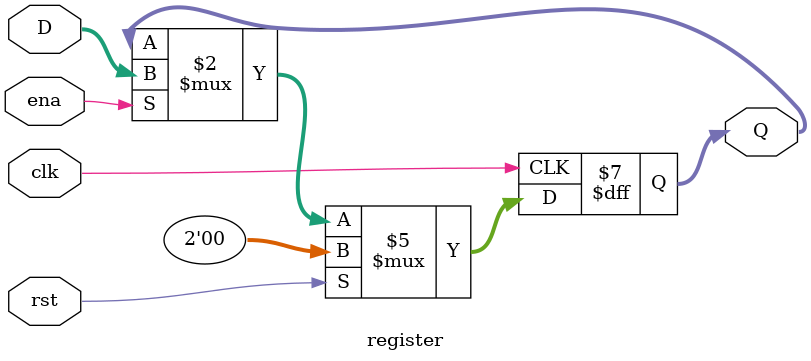
<source format=v>
`timescale 1ns / 1ps
`default_nettype none //helps catch typo-related bugs
module register(rst, ena, clk, D, Q);

	//parameter definitions
	parameter SIZE = 2;
	
	//port definitions
	input wire rst, clk, ena;
	input wire [(SIZE - 1):0] D;
	output reg [(SIZE - 1):0] Q;
	
	//sequential logic
	always @(posedge clk) begin
		if (rst)
			Q <= 0;
		else if (ena)
			Q <= D;
	end

endmodule
`default_nettype wire //some Xilinx IP requires that the default_nettype be set to wire

</source>
